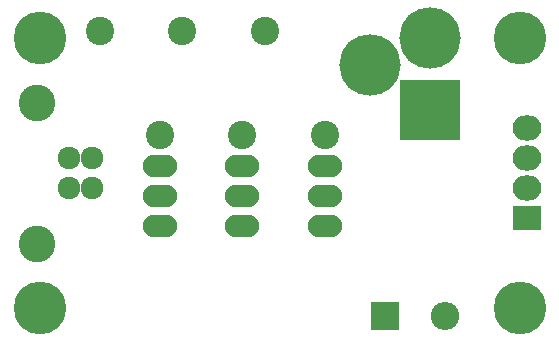
<source format=gbs>
%TF.GenerationSoftware,KiCad,Pcbnew,4.0.1-stable*%
%TF.CreationDate,2016-01-20T19:55:13+01:00*%
%TF.ProjectId,pwm_board,70776D5F626F6172642E6B696361645F,rev?*%
%TF.FileFunction,Soldermask,Bot*%
%FSLAX46Y46*%
G04 Gerber Fmt 4.6, Leading zero omitted, Abs format (unit mm)*
G04 Created by KiCad (PCBNEW 4.0.1-stable) date Wed 20 Jan 2016 07:55:13 PM CET*
%MOMM*%
G01*
G04 APERTURE LIST*
%ADD10C,0.100000*%
%ADD11O,2.398980X2.398980*%
%ADD12R,2.398980X2.398980*%
%ADD13C,5.200600*%
%ADD14R,5.200600X5.200600*%
%ADD15C,1.924000*%
%ADD16C,3.100020*%
%ADD17C,2.398980*%
%ADD18C,4.464000*%
%ADD19O,2.899360X1.901140*%
%ADD20R,2.432000X2.127200*%
%ADD21O,2.432000X2.127200*%
G04 APERTURE END LIST*
D10*
D11*
X158115000Y-115570000D03*
D12*
X153035000Y-115570000D03*
D13*
X156845000Y-92075000D03*
D14*
X156845000Y-98171000D03*
D13*
X151765000Y-94361000D03*
D15*
X128270000Y-102235000D03*
X128270000Y-104775000D03*
X126271020Y-104775000D03*
X126271020Y-102235000D03*
D16*
X123571000Y-97505520D03*
X123571000Y-109504480D03*
D17*
X128905000Y-91485591D03*
X133985000Y-100284409D03*
X135890000Y-91485591D03*
X140970000Y-100284409D03*
X142875000Y-91485591D03*
X147955000Y-100284409D03*
D18*
X123825000Y-92075000D03*
X123825000Y-114935000D03*
X164465000Y-114935000D03*
X164465000Y-92075000D03*
D19*
X133985000Y-105410000D03*
X133985000Y-102870000D03*
X133985000Y-107950000D03*
X140970000Y-105410000D03*
X140970000Y-102870000D03*
X140970000Y-107950000D03*
X147955000Y-105410000D03*
X147955000Y-102870000D03*
X147955000Y-107950000D03*
D20*
X165100000Y-107315000D03*
D21*
X165100000Y-104775000D03*
X165100000Y-102235000D03*
X165100000Y-99695000D03*
M02*

</source>
